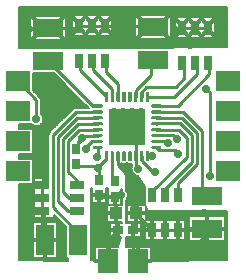
<source format=gtl>
G04 DipTrace 2.4.0.2*
%INSocialLight.gtl*%
%MOIN*%
%ADD13C,0.01*%
%ADD14C,0.006*%
%ADD15C,0.013*%
%ADD16R,0.0276X0.0354*%
%ADD17R,0.0433X0.0394*%
%ADD18R,0.0354X0.0276*%
%ADD20R,0.0276X0.0512*%
%ADD22R,0.1024X0.063*%
%ADD24R,0.0512X0.0276*%
%ADD26R,0.063X0.1024*%
%ADD27R,0.08X0.0669*%
%ADD28R,0.0669X0.08*%
%ADD32R,0.124X0.124*%
%ADD33C,0.028*%
%ADD34C,0.028*%
%FSLAX44Y44*%
G04*
G70*
G90*
G75*
G01*
%LNTop*%
%LPD*%
X8066Y7452D2*
D13*
Y7269D1*
X8493Y6842D1*
Y6900D1*
X7160Y6097D2*
Y5592D1*
X7219Y5533D1*
Y5027D1*
X7262Y4983D1*
X7160Y6097D2*
X6690D1*
X6635Y6151D1*
Y5697D1*
Y5163D1*
Y4930D1*
X6973Y4592D1*
Y3973D1*
X6937Y3937D1*
X6973Y4592D2*
Y4695D1*
X7262Y4983D1*
X7869Y7452D2*
Y7101D1*
X7957Y7013D1*
X7375Y6131D2*
X7160D1*
Y6097D1*
X7869Y7452D2*
Y8131D1*
X7574Y8427D1*
X6742Y5697D2*
X6635D1*
X6762Y5163D2*
X6635D1*
X6599Y7738D2*
Y7429D1*
X6586Y7415D1*
X7160Y6608D2*
X7089D1*
Y7445D1*
X7082Y7452D1*
X8549Y8131D2*
X8616D1*
X8638Y8154D1*
X9106D1*
X9251Y8009D1*
X8413Y6143D2*
Y6266D1*
X9570Y7423D1*
Y8063D1*
X9307Y8327D1*
X8550D1*
X8549Y8328D1*
X8846Y6143D2*
Y6340D1*
X9739Y7232D1*
Y8136D1*
X9340Y8534D1*
X8559D1*
X8549Y8525D1*
X9279Y6143D2*
Y6541D1*
X9912Y7173D1*
Y8211D1*
X9411Y8711D1*
X8560D1*
X8549Y8722D1*
Y8919D2*
X9452D1*
X10080Y8291D1*
Y6300D1*
X10251Y6130D1*
X8549Y9116D2*
X9273D1*
X10322Y10165D1*
Y10523D1*
X10286Y10559D1*
X8263Y9401D2*
X9132D1*
X9899Y10168D1*
Y10513D1*
X9852Y10559D1*
X8066Y9401D2*
Y9595D1*
X8216Y9745D1*
X9192D1*
X9480Y10032D1*
Y10499D1*
X9419Y10559D1*
X7869Y9401D2*
Y9646D1*
X8364Y10141D1*
Y10565D1*
X8441Y10643D1*
X7278Y9401D2*
Y9847D1*
X6863Y10262D1*
Y10599D1*
X6841Y10622D1*
X7082Y9401D2*
Y9671D1*
X6442Y10311D1*
Y10588D1*
X6408Y10622D1*
X6885Y9401D2*
Y9438D1*
X5995Y10328D1*
Y10602D1*
X5975Y10622D1*
X6599Y9116D2*
X6433D1*
X4936Y10612D1*
X5953Y4653D2*
Y4879D1*
X5099Y5733D1*
Y8144D1*
X5863Y8908D1*
X6589D1*
X6599Y8919D1*
Y8722D2*
X5905D1*
X5276Y8093D1*
Y5943D1*
X5619Y5601D1*
X5880D1*
X5893Y5614D1*
Y6480D2*
Y6648D1*
X5618Y6923D1*
Y7960D1*
X5961Y8304D1*
X6575D1*
X6599Y8328D1*
X5893Y6047D2*
X5633D1*
X5445Y6235D1*
Y8027D1*
X5942Y8524D1*
X6598D1*
X6599Y8525D1*
X8549Y7738D2*
X8642Y7645D1*
X9168D1*
X9282Y7530D1*
X8549Y7934D2*
X8888D1*
X8926Y7896D1*
X6599Y7934D2*
X6401D1*
X6225Y7758D1*
Y7670D1*
X6635Y6663D2*
Y7056D1*
Y7108D1*
X6880Y7353D1*
Y7447D1*
X6885Y7452D1*
X6635Y7108D2*
X5926D1*
X5866Y7168D1*
X7278Y7452D2*
Y7151D1*
X7853Y6577D1*
Y5828D1*
Y5568D1*
X7888Y5533D1*
Y5098D1*
X7774Y4983D1*
X7888Y5533D2*
Y5507D1*
X8413Y4982D1*
X7774Y4983D2*
Y4565D1*
Y4100D1*
X7937Y3937D1*
X8413Y4982D2*
X8846D1*
X9279D1*
X10150D1*
X10205D1*
X10251Y5027D1*
X4731Y6480D2*
Y6047D1*
Y5614D1*
Y4772D1*
X4850Y4653D1*
X6622Y7056D2*
X6635D1*
X4731Y6047D2*
X4439D1*
X4425Y6032D1*
X7839Y5828D2*
X7853D1*
X10150Y4616D2*
Y4982D1*
X10331Y6785D2*
Y9572D1*
X10216Y9687D1*
X4936Y11714D2*
X4373D1*
X4324Y11665D1*
X9419Y11720D2*
X9230D1*
X9168Y11658D1*
X5107Y9848D2*
Y9543D1*
X5174D1*
Y9144D1*
X4893Y8863D1*
Y6641D1*
X4731Y6480D1*
X4936Y11714D2*
X5906D1*
X5975Y11783D1*
X6408D1*
X6841D1*
X8403D1*
X8441Y11745D1*
X9419Y11720D2*
X9852D1*
X10286D1*
X7853Y4565D2*
X7774D1*
X5128Y9543D2*
X5107D1*
X9347Y4278D2*
X9783D1*
X9827Y4235D1*
X10280D1*
X10304Y4258D1*
X10694D1*
X10711Y4242D1*
X10304Y4258D2*
Y4462D1*
X10150Y4616D1*
X4361Y5339D2*
Y5098D1*
X4197Y4934D1*
Y5699D1*
X4185Y5712D1*
X4876Y10090D2*
Y9899D1*
X4681Y9704D1*
X5107Y9848D2*
Y9859D1*
X4876Y10090D1*
X5128Y9543D2*
Y9827D1*
X5107Y9848D1*
X5866Y7680D2*
Y7746D1*
X5957D1*
Y7959D1*
X6119Y8121D1*
X6589D1*
X6599Y8131D1*
X6070Y8046D2*
X5866Y7746D1*
X4558Y8674D2*
Y9316D1*
X3937Y9937D1*
X8263Y7452D2*
X8385D1*
X8399Y7438D1*
D34*
X6225Y7670D3*
X6586Y7415D3*
X7957Y7013D3*
X8493Y6900D3*
X8399Y7438D3*
X9282Y7530D3*
X8926Y7896D3*
X9251Y8009D3*
X6070Y8046D3*
X4558Y8674D3*
X6622Y7056D3*
X4425Y6032D3*
X7839Y5828D3*
X7375Y6131D3*
X5107Y9848D3*
X10216Y9687D3*
X10331Y6785D3*
X10150Y4616D3*
X4324Y11665D3*
X9168Y11658D3*
X4361Y5339D3*
X4291Y4495D3*
X4681Y9704D3*
X5632Y11673D3*
X7432D3*
X9662Y11161D3*
X10148Y5554D3*
X9347Y4278D3*
X8852Y4306D3*
X7853Y4565D3*
X6742Y5697D3*
X6762Y5163D3*
X4876Y10090D3*
X5128Y9543D3*
X4185Y5712D3*
X4197Y4934D3*
X10304Y4258D3*
X9827Y4235D3*
X10711Y4242D3*
X3977Y12350D2*
D14*
X10895D1*
X3976Y12292D2*
X10895D1*
X3976Y12233D2*
X10895D1*
X3976Y12175D2*
X10894D1*
X3976Y12116D2*
X4326D1*
X5546D2*
X5739D1*
X7077D2*
X7831D1*
X9051D2*
X10894D1*
X3976Y12058D2*
X4326D1*
X5546D2*
X5739D1*
X7077D2*
X7831D1*
X9051D2*
X9184D1*
X10521D2*
X10894D1*
X3975Y11999D2*
X4326D1*
X5546D2*
X5739D1*
X7077D2*
X7831D1*
X9051D2*
X9184D1*
X10521D2*
X10894D1*
X3975Y11941D2*
X4326D1*
X5546D2*
X5739D1*
X7077D2*
X7831D1*
X9051D2*
X9184D1*
X10521D2*
X10894D1*
X3975Y11882D2*
X4326D1*
X5546D2*
X5739D1*
X7077D2*
X7831D1*
X9051D2*
X9184D1*
X10521D2*
X10894D1*
X3975Y11824D2*
X4326D1*
X5546D2*
X5739D1*
X7077D2*
X7831D1*
X9051D2*
X9184D1*
X10521D2*
X10894D1*
X3975Y11765D2*
X4326D1*
X5546D2*
X5739D1*
X7077D2*
X7831D1*
X9051D2*
X9184D1*
X10521D2*
X10893D1*
X3974Y11707D2*
X4326D1*
X5546D2*
X5739D1*
X7077D2*
X7831D1*
X9051D2*
X9184D1*
X10521D2*
X10893D1*
X3974Y11648D2*
X4326D1*
X5546D2*
X5739D1*
X7077D2*
X7831D1*
X9051D2*
X9184D1*
X10521D2*
X10893D1*
X3974Y11590D2*
X4326D1*
X5546D2*
X5739D1*
X7077D2*
X7831D1*
X9051D2*
X9184D1*
X10521D2*
X10893D1*
X3974Y11531D2*
X4326D1*
X5546D2*
X5739D1*
X7077D2*
X7831D1*
X9051D2*
X9184D1*
X10521D2*
X10893D1*
X3974Y11473D2*
X4326D1*
X5546D2*
X5739D1*
X7077D2*
X7831D1*
X9051D2*
X9184D1*
X10521D2*
X10893D1*
X3974Y11414D2*
X4326D1*
X5546D2*
X7831D1*
X9051D2*
X9184D1*
X10521D2*
X10893D1*
X3973Y11355D2*
X4326D1*
X5546D2*
X7831D1*
X9051D2*
X10893D1*
X3973Y11297D2*
X10892D1*
X3973Y11238D2*
X10892D1*
X3973Y11180D2*
X10892D1*
X3973Y11121D2*
X10892D1*
X3973Y11063D2*
X8480D1*
X10061Y12069D2*
X10516D1*
Y11372D1*
X9189D1*
Y12069D1*
X10061D1*
X6617Y12132D2*
X7071D1*
Y11435D1*
X5745D1*
Y12132D1*
X6617D1*
X4338Y12121D2*
X5541D1*
Y11307D1*
X4332D1*
Y12121D1*
X4338D1*
X7843Y12152D2*
X9045D1*
Y11338D1*
X7837D1*
Y12152D1*
X7843D1*
X3971Y12379D2*
X3967Y11054D1*
X7378Y11061D1*
X10898Y11068D1*
X10901Y12402D1*
X3971Y12409D1*
Y12379D1*
X10056Y12068D2*
D15*
X10515Y11372D1*
Y12068D2*
X10056Y11372D1*
X9623Y12068D2*
X10082Y11372D1*
Y12068D2*
X9623Y11372D1*
X9189Y12068D2*
X9649Y11372D1*
Y12068D2*
X9189Y11372D1*
X6611Y12131D2*
X7071Y11435D1*
Y12131D2*
X6611Y11435D1*
X6178Y12131D2*
X6638Y11435D1*
Y12131D2*
X6178Y11435D1*
X5745Y12131D2*
X6205Y11435D1*
Y12131D2*
X5745Y11435D1*
X4333Y12121D2*
X5540Y11307D1*
Y12121D2*
X4333Y11307D1*
X7837Y12152D2*
X9045Y11338D1*
Y12152D2*
X7837Y11338D1*
X4435Y10181D2*
D14*
X5160D1*
X4435Y10123D2*
X5218D1*
X4435Y10064D2*
X5277D1*
X4435Y10006D2*
X5335D1*
X4435Y9947D2*
X5394D1*
X4435Y9889D2*
X5453D1*
X4435Y9830D2*
X5511D1*
X4435Y9772D2*
X5569D1*
X4435Y9713D2*
X5627D1*
X4435Y9655D2*
X5686D1*
X4485Y9596D2*
X5745D1*
X4544Y9538D2*
X5803D1*
X4602Y9479D2*
X5862D1*
X4660Y9421D2*
X5920D1*
X4698Y9362D2*
X5979D1*
X4705Y9303D2*
X6038D1*
X4705Y9245D2*
X6096D1*
X4705Y9186D2*
X6155D1*
X4705Y9128D2*
X6213D1*
X4705Y9069D2*
X6272D1*
X4705Y9011D2*
X5758D1*
X4705Y8952D2*
X5699D1*
X4705Y8894D2*
X5641D1*
X4731Y8835D2*
X5583D1*
X4772Y8777D2*
X5525D1*
X4791Y8718D2*
X5466D1*
X4795Y8660D2*
X5407D1*
X4784Y8601D2*
X5349D1*
X4755Y8543D2*
X5290D1*
X3974Y8484D2*
X4418D1*
X4697D2*
X5232D1*
X3974Y8426D2*
X5173D1*
X3974Y8367D2*
X5114D1*
X4435Y8308D2*
X5056D1*
X4435Y8250D2*
X4997D1*
X4435Y8191D2*
X4959D1*
X4435Y8133D2*
X4950D1*
X4435Y8074D2*
X4950D1*
X4435Y8016D2*
X4950D1*
X4435Y7957D2*
X4950D1*
X4435Y7899D2*
X4950D1*
X4435Y7840D2*
X4950D1*
X4435Y7782D2*
X4950D1*
X4435Y7723D2*
X4950D1*
X4435Y7665D2*
X4950D1*
X4435Y7606D2*
X4950D1*
X4435Y7548D2*
X4950D1*
X3975Y7489D2*
X4950D1*
X3975Y7431D2*
X4950D1*
X3975Y7372D2*
X4950D1*
X4435Y7313D2*
X4950D1*
X4435Y7255D2*
X4950D1*
X4435Y7196D2*
X4950D1*
X4435Y7138D2*
X4950D1*
X4435Y7079D2*
X4950D1*
X4435Y7021D2*
X4950D1*
X4435Y6962D2*
X4950D1*
X4435Y6904D2*
X4950D1*
X4435Y6845D2*
X4950D1*
X4435Y6787D2*
X4950D1*
X4435Y6728D2*
X4950D1*
X3976Y6494D2*
X4455D1*
X3976Y6436D2*
X4455D1*
X3976Y6377D2*
X4455D1*
X3976Y6318D2*
X4455D1*
X3976Y6260D2*
X4455D1*
X3976Y6201D2*
X4455D1*
X3976Y6143D2*
X4455D1*
X3976Y6084D2*
X4455D1*
X3976Y6026D2*
X4455D1*
X3976Y5967D2*
X4455D1*
X3976Y5909D2*
X4455D1*
X3976Y5850D2*
X4455D1*
X3976Y5792D2*
X4455D1*
X3976Y5733D2*
X4455D1*
X3976Y5675D2*
X4455D1*
X3976Y5616D2*
X4455D1*
X3976Y5558D2*
X4455D1*
X3976Y5499D2*
X4455D1*
X3976Y5440D2*
X4455D1*
X3976Y5382D2*
X5243D1*
X3976Y5323D2*
X5301D1*
X3976Y5265D2*
X5360D1*
X3976Y5206D2*
X4437D1*
X5264D2*
X5419D1*
X3976Y5148D2*
X4437D1*
X5264D2*
X5477D1*
X3976Y5089D2*
X4437D1*
X5264D2*
X5536D1*
X3976Y5031D2*
X4437D1*
X5264D2*
X5540D1*
X3976Y4972D2*
X4437D1*
X5264D2*
X5540D1*
X3976Y4914D2*
X4437D1*
X5264D2*
X5540D1*
X3976Y4855D2*
X4437D1*
X5264D2*
X5540D1*
X3976Y4797D2*
X4437D1*
X5264D2*
X5540D1*
X3977Y4738D2*
X4437D1*
X5264D2*
X5540D1*
X3977Y4680D2*
X4437D1*
X5264D2*
X5540D1*
X3977Y4621D2*
X4437D1*
X5264D2*
X5540D1*
X3977Y4563D2*
X4437D1*
X5264D2*
X5540D1*
X3977Y4504D2*
X4437D1*
X5264D2*
X5540D1*
X3977Y4445D2*
X4437D1*
X5264D2*
X5540D1*
X3977Y4387D2*
X4437D1*
X5264D2*
X5540D1*
X3977Y4328D2*
X4437D1*
X5264D2*
X5540D1*
X3977Y4270D2*
X4437D1*
X5264D2*
X5540D1*
X3977Y4211D2*
X4437D1*
X5264D2*
X5540D1*
X3977Y4153D2*
X4437D1*
X5264D2*
X5540D1*
X3977Y4094D2*
X4437D1*
X5264D2*
X5540D1*
X3977Y4036D2*
X5604D1*
X4094Y3977D2*
X5597D1*
X5143Y10204D2*
X4429D1*
Y9736D1*
Y9645D1*
X4567Y9509D1*
X4658Y9417D1*
X4677Y9394D1*
X4691Y9367D1*
X4697Y9344D1*
X4700Y9287D1*
Y8857D1*
X4728Y8831D1*
X4747Y8808D1*
X4763Y8783D1*
X4775Y8755D1*
X4784Y8727D1*
X4789Y8697D1*
X4790Y8674D1*
X4788Y8644D1*
X4782Y8615D1*
X4773Y8586D1*
X4760Y8559D1*
X4743Y8534D1*
X4724Y8512D1*
X4702Y8492D1*
X4677Y8475D1*
X4651Y8461D1*
X4622Y8451D1*
X4593Y8444D1*
X4563Y8442D1*
X4534Y8443D1*
X4504Y8448D1*
X4475Y8457D1*
X4448Y8469D1*
X4423Y8485D1*
X4394Y8510D1*
X3968D1*
X3969Y8364D1*
X4429D1*
Y7510D1*
X3968D1*
X3969Y7363D1*
X4429Y7364D1*
Y6510D1*
X3970D1*
Y6080D1*
X3971Y3978D1*
X5599Y3961D1*
X5612Y4048D1*
X5545D1*
Y5085D1*
X5157Y5473D1*
Y5383D1*
X4461D1*
Y6710D1*
X4957D1*
Y8144D1*
X4960Y8174D1*
X4969Y8202D1*
X4980Y8223D1*
X5019Y8266D1*
X5762Y9009D1*
X5785Y9027D1*
X5812Y9041D1*
X5835Y9048D1*
X5892Y9050D1*
X6297D1*
X6057Y9290D1*
X5143Y10204D1*
X4449Y5257D2*
X5258D1*
Y4048D1*
X4443D1*
Y5257D1*
X4449D1*
X4809Y6710D2*
D15*
Y6480D1*
X4461D2*
X4809D1*
X4461Y6047D2*
X4809D1*
Y5614D2*
Y5384D1*
X4461Y5614D2*
X4809D1*
X4850Y5257D2*
Y4049D1*
X4443Y4653D2*
X5257D1*
X7361Y7191D2*
D14*
X7721D1*
X7389Y7133D2*
X7721D1*
X7417Y7074D2*
X7724D1*
X7445Y7016D2*
X7718D1*
X7473Y6957D2*
X7726D1*
X7502Y6899D2*
X7749D1*
X7530Y6840D2*
X7796D1*
X7552Y6782D2*
X7936D1*
X7552Y6723D2*
X7987D1*
X7552Y6665D2*
X8025D1*
X7551Y6606D2*
X8062D1*
X7551Y6548D2*
X8100D1*
X7551Y6489D2*
X8137D1*
X7551Y6430D2*
X8175D1*
X7551Y6372D2*
X8177D1*
X7551Y6313D2*
X8177D1*
X7578Y6255D2*
X8177D1*
X7604Y6196D2*
X8177D1*
X7613Y6138D2*
X8177D1*
X7608Y6079D2*
X8177D1*
X7585Y6021D2*
X8177D1*
X7550Y5962D2*
X8177D1*
X7549Y5904D2*
X8177D1*
X7549Y5845D2*
X8177D1*
X8202Y5611D2*
X10915D1*
X8202Y5553D2*
X10915D1*
X8202Y5494D2*
X10914D1*
X8202Y5435D2*
X10914D1*
X8202Y5377D2*
X9641D1*
X10861D2*
X10914D1*
X9515Y5318D2*
X9641D1*
X10861D2*
X10914D1*
X9515Y5260D2*
X9641D1*
X10861D2*
X10914D1*
X8049Y5201D2*
X8177D1*
X9515D2*
X9641D1*
X10861D2*
X10914D1*
X8049Y5143D2*
X8177D1*
X9515D2*
X9641D1*
X10861D2*
X10914D1*
X8049Y5084D2*
X8177D1*
X9515D2*
X9641D1*
X10861D2*
X10914D1*
X8049Y5026D2*
X8177D1*
X9515D2*
X9641D1*
X10861D2*
X10914D1*
X8049Y4967D2*
X8177D1*
X9515D2*
X9641D1*
X10861D2*
X10914D1*
X8049Y4909D2*
X8177D1*
X9515D2*
X9641D1*
X10861D2*
X10914D1*
X8049Y4850D2*
X8177D1*
X9515D2*
X9641D1*
X10861D2*
X10914D1*
X8049Y4792D2*
X8177D1*
X9515D2*
X9641D1*
X10861D2*
X10914D1*
X7546Y4733D2*
X8177D1*
X9515D2*
X9641D1*
X10861D2*
X10913D1*
X7546Y4675D2*
X8177D1*
X9515D2*
X9641D1*
X10861D2*
X10913D1*
X7546Y4616D2*
X10913D1*
X7546Y4558D2*
X10913D1*
X7546Y4499D2*
X10913D1*
X7545Y4440D2*
X10913D1*
X8370Y4382D2*
X10913D1*
X8370Y4323D2*
X10913D1*
X8370Y4265D2*
X10913D1*
X8370Y4206D2*
X10913D1*
X8370Y4148D2*
X10913D1*
X8370Y4089D2*
X10913D1*
X8370Y4031D2*
X10913D1*
X8370Y3972D2*
X10912D1*
X7585Y5822D2*
X8183D1*
Y6428D1*
X7957Y6781D1*
X7903Y6787D1*
X7875Y6796D1*
X7847Y6808D1*
X7822Y6824D1*
X7799Y6843D1*
X7778Y6865D1*
X7760Y6889D1*
X7746Y6915D1*
X7735Y6943D1*
X7728Y6972D1*
X7725Y7002D1*
Y7032D1*
X7731Y7067D1*
X7727Y7101D1*
Y7194D1*
X7667Y7193D1*
X7617D1*
X7583Y7200D1*
X7524Y7193D1*
X7421D1*
X7386Y7200D1*
X7353Y7194D1*
X7545Y6793D1*
X7544Y6290D1*
X7565Y6266D1*
X7580Y6240D1*
X7593Y6213D1*
X7601Y6184D1*
X7606Y6155D1*
X7607Y6131D1*
X7605Y6101D1*
X7600Y6072D1*
X7590Y6044D1*
X7577Y6017D1*
X7561Y5992D1*
X7543Y5971D1*
X7542Y5213D1*
X7738D1*
X8043D1*
Y4753D1*
X7540D1*
Y4429D1*
X8364D1*
Y3957D1*
X10919Y3969D1*
X10921Y5626D1*
X8270Y5623D1*
X8245Y5638D1*
X8241Y5647D1*
X8213Y5795D1*
X8197Y5792D1*
Y5330D1*
X9077D1*
X9510D1*
Y4633D1*
X8183D1*
Y5244D1*
X7579Y5243D1*
Y5822D1*
X7585D1*
X9653Y5435D2*
X10855D1*
Y4620D1*
X9647D1*
Y5435D1*
X9653D1*
X7888Y5822D2*
D15*
Y5243D1*
X7579Y5533D2*
X8197D1*
X7774Y5213D2*
Y4753D1*
Y4983D2*
X8043D1*
X8413Y5330D2*
Y4634D1*
X8183Y4982D2*
X8413D1*
X8846Y5330D2*
Y4634D1*
X9279Y5330D2*
Y4634D1*
Y4982D2*
X9509D1*
X10251Y5434D2*
Y4620D1*
X9647Y5027D2*
X10855D1*
X7937Y4429D2*
Y3937D1*
X8364D1*
X6871Y6315D2*
D14*
X6924D1*
X6871Y6257D2*
X6924D1*
X6871Y6198D2*
X6924D1*
X6871Y6140D2*
X6924D1*
X6871Y6081D2*
X6924D1*
X6871Y6023D2*
X6924D1*
X6871Y5964D2*
X6924D1*
X6871Y5906D2*
X6924D1*
X6378Y5847D2*
X6924D1*
X6378Y5789D2*
X6904D1*
X6378Y5730D2*
X6904D1*
X6378Y5672D2*
X6904D1*
X6378Y5613D2*
X6904D1*
X6378Y5555D2*
X6904D1*
X6378Y5496D2*
X6904D1*
X6378Y5438D2*
X6904D1*
X6378Y5379D2*
X6904D1*
X6378Y5320D2*
X6904D1*
X6378Y5262D2*
X6904D1*
X6378Y5203D2*
X6986D1*
X6378Y5145D2*
X6986D1*
X6378Y5086D2*
X6986D1*
X6378Y5028D2*
X6986D1*
X6378Y4969D2*
X6986D1*
X6378Y4911D2*
X6986D1*
X6378Y4852D2*
X6986D1*
X6378Y4794D2*
X6986D1*
X6378Y4735D2*
X7363D1*
X6378Y4677D2*
X7346D1*
X6378Y4618D2*
X7330D1*
X6378Y4560D2*
X7313D1*
X6378Y4501D2*
X7295D1*
X6378Y4443D2*
X7278D1*
X6378Y4384D2*
X6504D1*
X6378Y4325D2*
X6504D1*
X6378Y4267D2*
X6504D1*
X6378Y4208D2*
X6504D1*
X6378Y4150D2*
X6504D1*
X6378Y4091D2*
X6504D1*
X6378Y4033D2*
X6504D1*
X6378Y3974D2*
X6504D1*
X7390Y6362D2*
Y5827D1*
X6929D1*
X6930Y6366D1*
X6864Y6368D1*
X6865Y6349D1*
Y5882D1*
X6405D1*
Y6373D1*
X6371Y6374D1*
Y3965D1*
X6510D1*
Y4429D1*
X7280D1*
X7375Y4753D1*
X6992D1*
Y5213D1*
X7406D1*
X7405Y5244D1*
X7384Y5243D1*
X6910D1*
Y5822D1*
X7413Y5823D1*
X7421Y5855D1*
X7422Y6361D1*
X7390Y6362D1*
X7389Y6339D1*
X7160Y6097D2*
D15*
Y5827D1*
X6930Y6097D2*
X7390D1*
X6635Y6151D2*
Y5882D1*
X6405Y6151D2*
X6865D1*
X7262Y5213D2*
Y4753D1*
X6993Y4983D2*
X7262D1*
X7219Y5822D2*
Y5243D1*
X6910Y5533D2*
X7219D1*
X6937Y4429D2*
Y3937D1*
X6510D2*
X6937D1*
D16*
X6635Y6663D3*
Y6151D3*
D17*
X7888Y5533D3*
X7219D3*
D18*
X7774Y4983D3*
X7262D3*
D20*
X9279Y6143D3*
X8846D3*
X8413D3*
Y4982D3*
X8846D3*
X9279D3*
D22*
X10251Y6130D3*
Y5027D3*
D20*
X9419Y10559D3*
X9852D3*
X10286D3*
Y11720D3*
X9852D3*
X9419D3*
D22*
X8441Y10643D3*
Y11745D3*
D20*
X5975Y10622D3*
X6408D3*
X6841D3*
Y11783D3*
X6408D3*
X5975D3*
D22*
X4936Y10612D3*
Y11714D3*
D24*
X5893Y5614D3*
Y6047D3*
Y6480D3*
X4731D3*
Y6047D3*
Y5614D3*
D26*
X5953Y4653D3*
X4850D3*
D27*
X3937Y8937D3*
Y9937D3*
X10937D3*
Y8937D3*
X3937Y7937D3*
Y6937D3*
X10937Y7937D3*
Y6937D3*
D28*
X7937Y3937D3*
X6937D3*
D16*
X7160Y6097D3*
Y6608D3*
X5866Y7680D3*
Y7168D3*
G36*
X8430Y7792D2*
X8717D1*
Y7683D1*
X8430D1*
X8416Y7687D1*
X8403Y7694D1*
X8393Y7704D1*
X8386Y7716D1*
X8382Y7730D1*
Y7745D1*
X8386Y7759D1*
X8393Y7771D1*
X8403Y7781D1*
X8416Y7788D1*
X8430Y7792D1*
G37*
G36*
Y7989D2*
X8717D1*
Y7880D1*
X8430D1*
X8416Y7884D1*
X8403Y7891D1*
X8393Y7901D1*
X8386Y7913D1*
X8382Y7927D1*
Y7942D1*
X8386Y7956D1*
X8393Y7968D1*
X8403Y7978D1*
X8416Y7985D1*
X8430Y7989D1*
G37*
G36*
Y8186D2*
X8717D1*
Y8077D1*
X8430D1*
X8416Y8080D1*
X8403Y8088D1*
X8393Y8098D1*
X8386Y8110D1*
X8382Y8124D1*
Y8138D1*
X8386Y8153D1*
X8393Y8165D1*
X8403Y8175D1*
X8416Y8182D1*
X8430Y8186D1*
G37*
G36*
Y8383D2*
X8717D1*
Y8273D1*
X8430D1*
X8416Y8277D1*
X8403Y8284D1*
X8393Y8295D1*
X8386Y8307D1*
X8382Y8321D1*
Y8335D1*
X8386Y8349D1*
X8393Y8362D1*
X8403Y8372D1*
X8416Y8379D1*
X8430Y8383D1*
G37*
G36*
Y8580D2*
X8717D1*
Y8470D1*
X8430D1*
X8416Y8474D1*
X8403Y8481D1*
X8393Y8492D1*
X8386Y8504D1*
X8382Y8518D1*
Y8532D1*
X8386Y8546D1*
X8393Y8558D1*
X8403Y8569D1*
X8416Y8576D1*
X8430Y8580D1*
G37*
G36*
Y8777D2*
X8717D1*
Y8667D1*
X8430D1*
X8416Y8671D1*
X8403Y8678D1*
X8393Y8688D1*
X8386Y8701D1*
X8382Y8715D1*
Y8729D1*
X8386Y8743D1*
X8393Y8755D1*
X8403Y8766D1*
X8416Y8773D1*
X8430Y8777D1*
G37*
G36*
Y8973D2*
X8717D1*
Y8864D1*
X8430D1*
X8416Y8868D1*
X8403Y8875D1*
X8393Y8885D1*
X8386Y8897D1*
X8382Y8912D1*
Y8926D1*
X8386Y8940D1*
X8393Y8952D1*
X8403Y8962D1*
X8416Y8969D1*
X8430Y8973D1*
G37*
G36*
Y9170D2*
X8717D1*
Y9061D1*
X8430D1*
X8416Y9065D1*
X8403Y9072D1*
X8393Y9082D1*
X8386Y9094D1*
X8382Y9108D1*
Y9123D1*
X8386Y9137D1*
X8393Y9149D1*
X8403Y9159D1*
X8416Y9166D1*
X8430Y9170D1*
G37*
G36*
X8208Y9281D2*
Y9568D1*
X8317D1*
Y9281D1*
X8313Y9267D1*
X8306Y9255D1*
X8296Y9245D1*
X8284Y9238D1*
X8270Y9234D1*
X8256D1*
X8241Y9238D1*
X8229Y9245D1*
X8219Y9255D1*
X8212Y9267D1*
X8208Y9281D1*
G37*
G36*
X8011D2*
Y9568D1*
X8121D1*
Y9281D1*
X8117Y9267D1*
X8109Y9255D1*
X8099Y9245D1*
X8087Y9238D1*
X8073Y9234D1*
X8059D1*
X8045Y9238D1*
X8032Y9245D1*
X8022Y9255D1*
X8015Y9267D1*
X8011Y9281D1*
G37*
G36*
X7814D2*
Y9568D1*
X7924D1*
Y9281D1*
X7920Y9267D1*
X7913Y9255D1*
X7902Y9245D1*
X7890Y9238D1*
X7876Y9234D1*
X7862D1*
X7848Y9238D1*
X7835Y9245D1*
X7825Y9255D1*
X7818Y9267D1*
X7814Y9281D1*
G37*
G36*
X7617D2*
Y9568D1*
X7727D1*
Y9281D1*
X7723Y9267D1*
X7716Y9255D1*
X7706Y9245D1*
X7693Y9238D1*
X7679Y9234D1*
X7665D1*
X7651Y9238D1*
X7639Y9245D1*
X7628Y9255D1*
X7621Y9267D1*
X7617Y9281D1*
G37*
G36*
X7421D2*
Y9568D1*
X7530D1*
Y9281D1*
X7526Y9267D1*
X7519Y9255D1*
X7509Y9245D1*
X7496Y9238D1*
X7482Y9234D1*
X7468D1*
X7454Y9238D1*
X7442Y9245D1*
X7432Y9255D1*
X7424Y9267D1*
X7421Y9281D1*
G37*
G36*
X7224D2*
Y9568D1*
X7333D1*
Y9281D1*
X7329Y9267D1*
X7322Y9255D1*
X7312Y9245D1*
X7300Y9238D1*
X7285Y9234D1*
X7271D1*
X7257Y9238D1*
X7245Y9245D1*
X7235Y9255D1*
X7228Y9267D1*
X7224Y9281D1*
G37*
G36*
X7027D2*
Y9568D1*
X7136D1*
Y9281D1*
X7132Y9267D1*
X7125Y9255D1*
X7115Y9245D1*
X7103Y9238D1*
X7089Y9234D1*
X7074D1*
X7060Y9238D1*
X7048Y9245D1*
X7038Y9255D1*
X7031Y9267D1*
X7027Y9281D1*
G37*
G36*
X6830D2*
Y9568D1*
X6939D1*
Y9281D1*
X6935Y9267D1*
X6928Y9255D1*
X6918Y9245D1*
X6906Y9238D1*
X6892Y9234D1*
X6878D1*
X6863Y9238D1*
X6851Y9245D1*
X6841Y9255D1*
X6834Y9267D1*
X6830Y9281D1*
G37*
G36*
X6719Y9061D2*
X6432D1*
Y9170D1*
X6719D1*
X6733Y9166D1*
X6745Y9159D1*
X6756Y9149D1*
X6763Y9137D1*
X6767Y9123D1*
Y9108D1*
X6763Y9094D1*
X6756Y9082D1*
X6745Y9072D1*
X6733Y9065D1*
X6719Y9061D1*
G37*
G36*
Y8864D2*
X6432D1*
Y8973D1*
X6719D1*
X6733Y8969D1*
X6745Y8962D1*
X6756Y8952D1*
X6763Y8940D1*
X6767Y8926D1*
Y8912D1*
X6763Y8897D1*
X6756Y8885D1*
X6745Y8875D1*
X6733Y8868D1*
X6719Y8864D1*
G37*
G36*
Y8667D2*
X6432D1*
Y8777D1*
X6719D1*
X6733Y8773D1*
X6745Y8766D1*
X6756Y8755D1*
X6763Y8743D1*
X6767Y8729D1*
Y8715D1*
X6763Y8701D1*
X6756Y8688D1*
X6745Y8678D1*
X6733Y8671D1*
X6719Y8667D1*
G37*
G36*
Y8470D2*
X6432D1*
Y8580D1*
X6719D1*
X6733Y8576D1*
X6745Y8569D1*
X6756Y8558D1*
X6763Y8546D1*
X6767Y8532D1*
Y8518D1*
X6763Y8504D1*
X6756Y8492D1*
X6745Y8481D1*
X6733Y8474D1*
X6719Y8470D1*
G37*
G36*
Y8273D2*
X6432D1*
Y8383D1*
X6719D1*
X6733Y8379D1*
X6745Y8372D1*
X6756Y8362D1*
X6763Y8349D1*
X6767Y8335D1*
Y8321D1*
X6763Y8307D1*
X6756Y8295D1*
X6745Y8284D1*
X6733Y8277D1*
X6719Y8273D1*
G37*
G36*
Y8077D2*
X6432D1*
Y8186D1*
X6719D1*
X6733Y8182D1*
X6745Y8175D1*
X6756Y8165D1*
X6763Y8153D1*
X6767Y8138D1*
Y8124D1*
X6763Y8110D1*
X6756Y8098D1*
X6745Y8088D1*
X6733Y8080D1*
X6719Y8077D1*
G37*
G36*
Y7880D2*
X6432D1*
Y7989D1*
X6719D1*
X6733Y7985D1*
X6745Y7978D1*
X6756Y7968D1*
X6763Y7956D1*
X6767Y7942D1*
Y7927D1*
X6763Y7913D1*
X6756Y7901D1*
X6745Y7891D1*
X6733Y7884D1*
X6719Y7880D1*
G37*
G36*
Y7683D2*
X6432D1*
Y7792D1*
X6719D1*
X6733Y7788D1*
X6745Y7781D1*
X6756Y7771D1*
X6763Y7759D1*
X6767Y7745D1*
Y7730D1*
X6763Y7716D1*
X6756Y7704D1*
X6745Y7694D1*
X6733Y7687D1*
X6719Y7683D1*
G37*
G36*
X6939Y7572D2*
Y7285D1*
X6830D1*
Y7572D1*
X6834Y7586D1*
X6841Y7598D1*
X6851Y7608D1*
X6863Y7616D1*
X6878Y7619D1*
X6892D1*
X6906Y7616D1*
X6918Y7608D1*
X6928Y7598D1*
X6935Y7586D1*
X6939Y7572D1*
G37*
G36*
X7136D2*
Y7285D1*
X7027D1*
Y7572D1*
X7031Y7586D1*
X7038Y7598D1*
X7048Y7608D1*
X7060Y7616D1*
X7074Y7619D1*
X7089D1*
X7103Y7616D1*
X7115Y7608D1*
X7125Y7598D1*
X7132Y7586D1*
X7136Y7572D1*
G37*
G36*
X7333D2*
Y7285D1*
X7224D1*
Y7572D1*
X7228Y7586D1*
X7235Y7598D1*
X7245Y7608D1*
X7257Y7616D1*
X7271Y7619D1*
X7285D1*
X7300Y7616D1*
X7312Y7608D1*
X7322Y7598D1*
X7329Y7586D1*
X7333Y7572D1*
G37*
G36*
X7530D2*
Y7285D1*
X7421D1*
Y7572D1*
X7424Y7586D1*
X7432Y7598D1*
X7442Y7608D1*
X7454Y7616D1*
X7468Y7619D1*
X7482D1*
X7496Y7616D1*
X7509Y7608D1*
X7519Y7598D1*
X7526Y7586D1*
X7530Y7572D1*
G37*
G36*
X7727D2*
Y7285D1*
X7617D1*
Y7572D1*
X7621Y7586D1*
X7628Y7598D1*
X7639Y7608D1*
X7651Y7616D1*
X7665Y7619D1*
X7679D1*
X7693Y7616D1*
X7706Y7608D1*
X7716Y7598D1*
X7723Y7586D1*
X7727Y7572D1*
G37*
G36*
X7924D2*
Y7285D1*
X7814D1*
Y7572D1*
X7818Y7586D1*
X7825Y7598D1*
X7835Y7608D1*
X7848Y7616D1*
X7862Y7619D1*
X7876D1*
X7890Y7616D1*
X7902Y7608D1*
X7913Y7598D1*
X7920Y7586D1*
X7924Y7572D1*
G37*
G36*
X8121D2*
Y7285D1*
X8011D1*
Y7572D1*
X8015Y7586D1*
X8022Y7598D1*
X8032Y7608D1*
X8045Y7616D1*
X8059Y7619D1*
X8073D1*
X8087Y7616D1*
X8099Y7608D1*
X8109Y7598D1*
X8117Y7586D1*
X8121Y7572D1*
G37*
G36*
X8317D2*
Y7285D1*
X8208D1*
Y7572D1*
X8212Y7586D1*
X8219Y7598D1*
X8229Y7608D1*
X8241Y7616D1*
X8256Y7619D1*
X8270D1*
X8284Y7616D1*
X8296Y7608D1*
X8306Y7598D1*
X8313Y7586D1*
X8317Y7572D1*
G37*
D32*
X7574Y8427D3*
D33*
X7739Y8303D3*
X7439D3*
X7139D3*
X8039D3*
X7738Y8602D3*
X7438D3*
X7138D3*
X8038D3*
X7738Y8001D3*
X7438D3*
X7138D3*
X8038D3*
X7738Y8903D3*
X7438D3*
X7138D3*
X8038D3*
M02*

</source>
